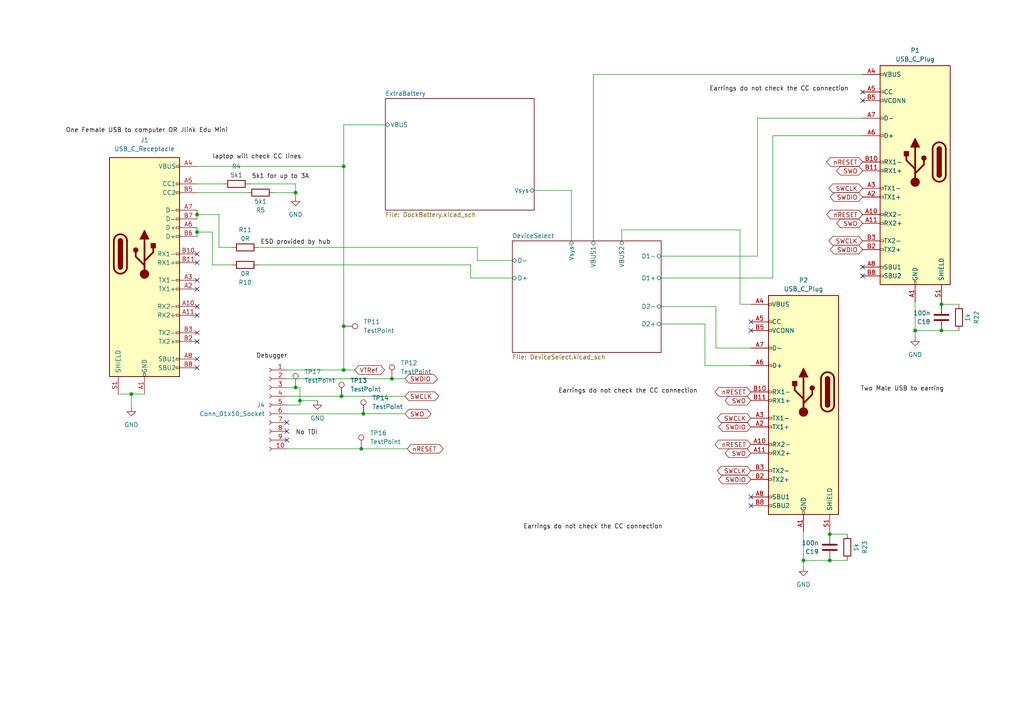
<source format=kicad_sch>
(kicad_sch (version 20230121) (generator eeschema)
  (paper "A4")
  (lib_symbols
    (symbol "Connector:Conn_01x10_Socket" (pin_names (offset 1.016) hide)
      (property "Reference" "J" (at 0 12.7 0))
      (property "Value" "Conn_01x10_Socket" (at 0 -15.24 0))
      (symbol "Conn_01x10_Socket_1_1"
        (arc (start 0 -12.192) (mid -0.5058 -12.7) (end 0 -13.208) (stroke (width 0.1524)))
        (arc (start 0 -9.652) (mid -0.5058 -10.16) (end 0 -10.668) (stroke (width 0.1524)))
        (arc (start 0 -7.112) (mid -0.5058 -7.62) (end 0 -8.128) (stroke (width 0.1524)))
        (arc (start 0 -4.572) (mid -0.5058 -5.08) (end 0 -5.588) (stroke (width 0.1524)))
        (arc (start 0 -2.032) (mid -0.5058 -2.54) (end 0 -3.048) (stroke (width 0.1524)))
        (polyline (pts (xy -1.27 -12.7) (xy -0.508 -12.7)) (stroke (width 0.1524)))
        (polyline (pts (xy -1.27 -10.16) (xy -0.508 -10.16)) (stroke (width 0.1524)))
        (polyline (pts (xy -1.27 -7.62) (xy -0.508 -7.62)) (stroke (width 0.1524)))
        (polyline (pts (xy -1.27 -5.08) (xy -0.508 -5.08)) (stroke (width 0.1524)))
        (polyline (pts (xy -1.27 -2.54) (xy -0.508 -2.54)) (stroke (width 0.1524)))
        (polyline (pts (xy -1.27 0) (xy -0.508 0)) (stroke (width 0.1524)))
        (polyline (pts (xy -1.27 2.54) (xy -0.508 2.54)) (stroke (width 0.1524)))
        (polyline (pts (xy -1.27 5.08) (xy -0.508 5.08)) (stroke (width 0.1524)))
        (polyline (pts (xy -1.27 7.62) (xy -0.508 7.62)) (stroke (width 0.1524)))
        (polyline (pts (xy -1.27 10.16) (xy -0.508 10.16)) (stroke (width 0.1524)))
        (arc (start 0 0.508) (mid -0.5058 0) (end 0 -0.508) (stroke (width 0.1524)))
        (arc (start 0 3.048) (mid -0.5058 2.54) (end 0 2.032) (stroke (width 0.1524)))
        (arc (start 0 5.588) (mid -0.5058 5.08) (end 0 4.572) (stroke (width 0.1524)))
        (arc (start 0 8.128) (mid -0.5058 7.62) (end 0 7.112) (stroke (width 0.1524)))
        (arc (start 0 10.668) (mid -0.5058 10.16) (end 0 9.652) (stroke (width 0.1524)))
        (pin passive line (at -5.08 10.16 0) (length 3.81) (name "Pin_1") (number "1"))
        (pin passive line (at -5.08 -12.7 0) (length 3.81) (name "Pin_10") (number "10"))
        (pin passive line (at -5.08 7.62 0) (length 3.81) (name "Pin_2") (number "2"))
        (pin passive line (at -5.08 5.08 0) (length 3.81) (name "Pin_3") (number "3"))
        (pin passive line (at -5.08 2.54 0) (length 3.81) (name "Pin_4") (number "4"))
        (pin passive line (at -5.08 0 0) (length 3.81) (name "Pin_5") (number "5"))
        (pin passive line (at -5.08 -2.54 0) (length 3.81) (name "Pin_6") (number "6"))
        (pin passive line (at -5.08 -5.08 0) (length 3.81) (name "Pin_7") (number "7"))
        (pin passive line (at -5.08 -7.62 0) (length 3.81) (name "Pin_8") (number "8"))
        (pin passive line (at -5.08 -10.16 0) (length 3.81) (name "Pin_9") (number "9"))
      )
    )
    (symbol "Connector:TestPoint" (pin_numbers hide) (pin_names (offset 0.762) hide)
      (property "Reference" "TP" (at 0 6.858 0))
      (property "Value" "TestPoint" (at 0 5.08 0))
      (symbol "TestPoint_0_1"
        (circle (center 0 3.302) (radius 0.762))
      )
      (symbol "TestPoint_1_1"
        (pin passive line (at 0 0 90) (length 2.54) (name "1") (number "1"))
      )
    )
    (symbol "Connector:USB_C_Plug" (pin_names (offset 1.016))
      (property "Reference" "P" (at -10.16 29.21 0))
      (property "Value" "USB_C_Plug" (at 10.16 29.21 0))
      (symbol "USB_C_Plug_0_0"
        (rectangle (start -0.254 -35.56) (end 0.254 -34.544))
        (rectangle (start 10.16 -32.766) (end 9.144 -33.274))
        (rectangle (start 10.16 -30.226) (end 9.144 -30.734))
        (rectangle (start 10.16 -25.146) (end 9.144 -25.654))
        (rectangle (start 10.16 -22.606) (end 9.144 -23.114))
        (rectangle (start 10.16 -17.526) (end 9.144 -18.034))
        (rectangle (start 10.16 -14.986) (end 9.144 -15.494))
        (rectangle (start 10.16 -9.906) (end 9.144 -10.414))
        (rectangle (start 10.16 -7.366) (end 9.144 -7.874))
        (rectangle (start 10.16 -2.286) (end 9.144 -2.794))
        (rectangle (start 10.16 0.254) (end 9.144 -0.254))
        (rectangle (start 10.16 7.874) (end 9.144 7.366))
        (rectangle (start 10.16 12.954) (end 9.144 12.446))
        (rectangle (start 10.16 18.034) (end 9.144 17.526))
        (rectangle (start 10.16 20.574) (end 9.144 20.066))
        (rectangle (start 10.16 25.654) (end 9.144 25.146))
      )
      (symbol "USB_C_Plug_0_1"
        (rectangle (start -10.16 27.94) (end 10.16 -35.56) (stroke (width 0.254)) (fill (type background)))
        (arc (start -8.89 -3.81) (mid -6.985 -5.7067) (end -5.08 -3.81) (stroke (width 0.508)))
        (arc (start -7.62 -3.81) (mid -6.985 -4.4423) (end -6.35 -3.81) (stroke (width 0.254)))
        (arc (start -7.62 -3.81) (mid -6.985 -4.4423) (end -6.35 -3.81) (stroke (width 0.254)) (fill (type outline)))
        (rectangle (start -7.62 -3.81) (end -6.35 3.81) (stroke (width 0.254)) (fill (type outline)))
        (arc (start -6.35 3.81) (mid -6.985 4.4423) (end -7.62 3.81) (stroke (width 0.254)))
        (arc (start -6.35 3.81) (mid -6.985 4.4423) (end -7.62 3.81) (stroke (width 0.254)) (fill (type outline)))
        (arc (start -5.08 3.81) (mid -6.985 5.7067) (end -8.89 3.81) (stroke (width 0.508)))
        (polyline (pts (xy -8.89 -3.81) (xy -8.89 3.81)) (stroke (width 0.508)))
        (polyline (pts (xy -5.08 3.81) (xy -5.08 -3.81)) (stroke (width 0.508)))
      )
      (symbol "USB_C_Plug_1_1"
        (circle (center -2.54 1.143) (radius 0.635) (stroke (width 0.254)) (fill (type outline)))
        (circle (center 0 -5.842) (radius 1.27) (fill (type outline)))
        (polyline (pts (xy 0 -5.842) (xy 0 4.318)) (stroke (width 0.508)))
        (polyline (pts (xy 0 -3.302) (xy -2.54 -0.762) (xy -2.54 0.508)) (stroke (width 0.508)))
        (polyline (pts (xy 0 -2.032) (xy 2.54 0.508) (xy 2.54 1.778)) (stroke (width 0.508)))
        (polyline (pts (xy -1.27 4.318) (xy 0 6.858) (xy 1.27 4.318) (xy -1.27 4.318)) (stroke (width 0.254)) (fill (type outline)))
        (rectangle (start 1.905 1.778) (end 3.175 3.048) (stroke (width 0.254)) (fill (type outline)))
        (pin passive line (at 0 -40.64 90) (length 5.08) (name "GND") (number "A1"))
        (pin bidirectional line (at 15.24 -15.24 180) (length 5.08) (name "RX2-") (number "A10"))
        (pin bidirectional line (at 15.24 -17.78 180) (length 5.08) (name "RX2+") (number "A11"))
        (pin passive line (at 0 -40.64 90) (length 5.08) hide (name "GND") (number "A12"))
        (pin bidirectional line (at 15.24 -10.16 180) (length 5.08) (name "TX1+") (number "A2"))
        (pin bidirectional line (at 15.24 -7.62 180) (length 5.08) (name "TX1-") (number "A3"))
        (pin passive line (at 15.24 25.4 180) (length 5.08) (name "VBUS") (number "A4"))
        (pin bidirectional line (at 15.24 20.32 180) (length 5.08) (name "CC") (number "A5"))
        (pin bidirectional line (at 15.24 7.62 180) (length 5.08) (name "D+") (number "A6"))
        (pin bidirectional line (at 15.24 12.7 180) (length 5.08) (name "D-") (number "A7"))
        (pin bidirectional line (at 15.24 -30.48 180) (length 5.08) (name "SBU1") (number "A8"))
        (pin passive line (at 15.24 25.4 180) (length 5.08) hide (name "VBUS") (number "A9"))
        (pin passive line (at 0 -40.64 90) (length 5.08) hide (name "GND") (number "B1"))
        (pin bidirectional line (at 15.24 0 180) (length 5.08) (name "RX1-") (number "B10"))
        (pin bidirectional line (at 15.24 -2.54 180) (length 5.08) (name "RX1+") (number "B11"))
        (pin passive line (at 0 -40.64 90) (length 5.08) hide (name "GND") (number "B12"))
        (pin bidirectional line (at 15.24 -25.4 180) (length 5.08) (name "TX2+") (number "B2"))
        (pin bidirectional line (at 15.24 -22.86 180) (length 5.08) (name "TX2-") (number "B3"))
        (pin passive line (at 15.24 25.4 180) (length 5.08) hide (name "VBUS") (number "B4"))
        (pin bidirectional line (at 15.24 17.78 180) (length 5.08) (name "VCONN") (number "B5"))
        (pin bidirectional line (at 15.24 -33.02 180) (length 5.08) (name "SBU2") (number "B8"))
        (pin passive line (at 15.24 25.4 180) (length 5.08) hide (name "VBUS") (number "B9"))
        (pin passive line (at -7.62 -40.64 90) (length 5.08) (name "SHIELD") (number "S1"))
      )
    )
    (symbol "Connector:USB_C_Receptacle" (pin_names (offset 1.016))
      (property "Reference" "J" (at -10.16 29.21 0))
      (property "Value" "USB_C_Receptacle" (at 10.16 29.21 0))
      (symbol "USB_C_Receptacle_0_0"
        (rectangle (start -0.254 -35.56) (end 0.254 -34.544))
        (rectangle (start 10.16 -32.766) (end 9.144 -33.274))
        (rectangle (start 10.16 -30.226) (end 9.144 -30.734))
        (rectangle (start 10.16 -25.146) (end 9.144 -25.654))
        (rectangle (start 10.16 -22.606) (end 9.144 -23.114))
        (rectangle (start 10.16 -17.526) (end 9.144 -18.034))
        (rectangle (start 10.16 -14.986) (end 9.144 -15.494))
        (rectangle (start 10.16 -9.906) (end 9.144 -10.414))
        (rectangle (start 10.16 -7.366) (end 9.144 -7.874))
        (rectangle (start 10.16 -2.286) (end 9.144 -2.794))
        (rectangle (start 10.16 0.254) (end 9.144 -0.254))
        (rectangle (start 10.16 5.334) (end 9.144 4.826))
        (rectangle (start 10.16 7.874) (end 9.144 7.366))
        (rectangle (start 10.16 10.414) (end 9.144 9.906))
        (rectangle (start 10.16 12.954) (end 9.144 12.446))
        (rectangle (start 10.16 18.034) (end 9.144 17.526))
        (rectangle (start 10.16 20.574) (end 9.144 20.066))
        (rectangle (start 10.16 25.654) (end 9.144 25.146))
      )
      (symbol "USB_C_Receptacle_0_1"
        (rectangle (start -10.16 27.94) (end 10.16 -35.56) (stroke (width 0.254)) (fill (type background)))
        (arc (start -8.89 -3.81) (mid -6.985 -5.7067) (end -5.08 -3.81) (stroke (width 0.508)))
        (arc (start -7.62 -3.81) (mid -6.985 -4.4423) (end -6.35 -3.81) (stroke (width 0.254)))
        (arc (start -7.62 -3.81) (mid -6.985 -4.4423) (end -6.35 -3.81) (stroke (width 0.254)) (fill (type outline)))
        (rectangle (start -7.62 -3.81) (end -6.35 3.81) (stroke (width 0.254)) (fill (type outline)))
        (arc (start -6.35 3.81) (mid -6.985 4.4423) (end -7.62 3.81) (stroke (width 0.254)))
        (arc (start -6.35 3.81) (mid -6.985 4.4423) (end -7.62 3.81) (stroke (width 0.254)) (fill (type outline)))
        (arc (start -5.08 3.81) (mid -6.985 5.7067) (end -8.89 3.81) (stroke (width 0.508)))
        (polyline (pts (xy -8.89 -3.81) (xy -8.89 3.81)) (stroke (width 0.508)))
        (polyline (pts (xy -5.08 3.81) (xy -5.08 -3.81)) (stroke (width 0.508)))
      )
      (symbol "USB_C_Receptacle_1_1"
        (circle (center -2.54 1.143) (radius 0.635) (stroke (width 0.254)) (fill (type outline)))
        (circle (center 0 -5.842) (radius 1.27) (fill (type outline)))
        (polyline (pts (xy 0 -5.842) (xy 0 4.318)) (stroke (width 0.508)))
        (polyline (pts (xy 0 -3.302) (xy -2.54 -0.762) (xy -2.54 0.508)) (stroke (width 0.508)))
        (polyline (pts (xy 0 -2.032) (xy 2.54 0.508) (xy 2.54 1.778)) (stroke (width 0.508)))
        (polyline (pts (xy -1.27 4.318) (xy 0 6.858) (xy 1.27 4.318) (xy -1.27 4.318)) (stroke (width 0.254)) (fill (type outline)))
        (rectangle (start 1.905 1.778) (end 3.175 3.048) (stroke (width 0.254)) (fill (type outline)))
        (pin passive line (at 0 -40.64 90) (length 5.08) (name "GND") (number "A1"))
        (pin bidirectional line (at 15.24 -15.24 180) (length 5.08) (name "RX2-") (number "A10"))
        (pin bidirectional line (at 15.24 -17.78 180) (length 5.08) (name "RX2+") (number "A11"))
        (pin passive line (at 0 -40.64 90) (length 5.08) hide (name "GND") (number "A12"))
        (pin bidirectional line (at 15.24 -10.16 180) (length 5.08) (name "TX1+") (number "A2"))
        (pin bidirectional line (at 15.24 -7.62 180) (length 5.08) (name "TX1-") (number "A3"))
        (pin passive line (at 15.24 25.4 180) (length 5.08) (name "VBUS") (number "A4"))
        (pin bidirectional line (at 15.24 20.32 180) (length 5.08) (name "CC1") (number "A5"))
        (pin bidirectional line (at 15.24 7.62 180) (length 5.08) (name "D+") (number "A6"))
        (pin bidirectional line (at 15.24 12.7 180) (length 5.08) (name "D-") (number "A7"))
        (pin bidirectional line (at 15.24 -30.48 180) (length 5.08) (name "SBU1") (number "A8"))
        (pin passive line (at 15.24 25.4 180) (length 5.08) hide (name "VBUS") (number "A9"))
        (pin passive line (at 0 -40.64 90) (length 5.08) hide (name "GND") (number "B1"))
        (pin bidirectional line (at 15.24 0 180) (length 5.08) (name "RX1-") (number "B10"))
        (pin bidirectional line (at 15.24 -2.54 180) (length 5.08) (name "RX1+") (number "B11"))
        (pin passive line (at 0 -40.64 90) (length 5.08) hide (name "GND") (number "B12"))
        (pin bidirectional line (at 15.24 -25.4 180) (length 5.08) (name "TX2+") (number "B2"))
        (pin bidirectional line (at 15.24 -22.86 180) (length 5.08) (name "TX2-") (number "B3"))
        (pin passive line (at 15.24 25.4 180) (length 5.08) hide (name "VBUS") (number "B4"))
        (pin bidirectional line (at 15.24 17.78 180) (length 5.08) (name "CC2") (number "B5"))
        (pin bidirectional line (at 15.24 5.08 180) (length 5.08) (name "D+") (number "B6"))
        (pin bidirectional line (at 15.24 10.16 180) (length 5.08) (name "D-") (number "B7"))
        (pin bidirectional line (at 15.24 -33.02 180) (length 5.08) (name "SBU2") (number "B8"))
        (pin passive line (at 15.24 25.4 180) (length 5.08) hide (name "VBUS") (number "B9"))
        (pin passive line (at -7.62 -40.64 90) (length 5.08) (name "SHIELD") (number "S1"))
      )
    )
    (symbol "Device:C" (pin_numbers hide) (pin_names (offset 0.254))
      (property "Reference" "C" (at 0.635 2.54 0))
      (property "Value" "C" (at 0.635 -2.54 0))
      (symbol "C_0_1"
        (polyline (pts (xy -2.032 -0.762) (xy 2.032 -0.762)) (stroke (width 0.508)))
        (polyline (pts (xy -2.032 0.762) (xy 2.032 0.762)) (stroke (width 0.508)))
      )
      (symbol "C_1_1"
        (pin passive line (at 0 3.81 270) (length 2.794) (name "~") (number "1"))
        (pin passive line (at 0 -3.81 90) (length 2.794) (name "~") (number "2"))
      )
    )
    (symbol "Device:R" (pin_numbers hide) (pin_names (offset 0))
      (property "Reference" "R" (at 2.032 0 90))
      (property "Value" "R" (at 0 0 90))
      (symbol "R_0_1"
        (rectangle (start -1.016 -2.54) (end 1.016 2.54) (stroke (width 0.254)))
      )
      (symbol "R_1_1"
        (pin passive line (at 0 3.81 270) (length 1.27) (name "~") (number "1"))
        (pin passive line (at 0 -3.81 90) (length 1.27) (name "~") (number "2"))
      )
    )
    (symbol "power:GND" (power) (pin_names (offset 0))
      (property "Value" "GND" (at 0 -3.81 0))
      (symbol "GND_0_1"
        (polyline (pts (xy 0 0) (xy 0 -1.27) (xy 1.27 -1.27) (xy 0 -2.54) (xy -1.27 -1.27) (xy 0 -1.27)))
      )
      (symbol "GND_1_1"
        (pin power_in line (at 0 0 270) (length 0) hide (name "GND") (number "1"))
      )
    )
  )
  (junction (at 113.665 109.855))
  (junction (at 85.725 55.88))
  (junction (at 99.695 107.315))
  (junction (at 233.045 162.56))
  (junction (at 99.695 94.615))
  (junction (at 273.05 88.265))
  (junction (at 86.995 116.205))
  (junction (at 240.665 154.94))
  (junction (at 57.15 62.23))
  (junction (at 104.775 130.175))
  (junction (at 273.05 95.885))
  (junction (at 240.665 162.56))
  (junction (at 57.15 67.31))
  (junction (at 85.725 112.395))
  (junction (at 99.695 48.26))
  (junction (at 38.1 114.3))
  (junction (at 105.41 120.015))
  (junction (at 265.43 95.885))
  (junction (at 99.06 114.935))
  (no_connect (at 83.185 122.555))
  (no_connect (at 217.805 146.685))
  (no_connect (at 83.185 125.095))
  (no_connect (at 250.19 29.21))
  (no_connect (at 83.185 127.635))
  (no_connect (at 57.15 96.52))
  (no_connect (at 57.15 88.9))
  (no_connect (at 57.15 104.14))
  (no_connect (at 57.15 99.06))
  (no_connect (at 250.19 77.47))
  (no_connect (at 57.15 83.82))
  (no_connect (at 57.15 91.44))
  (no_connect (at 250.19 26.67))
  (no_connect (at 217.805 93.345))
  (no_connect (at 57.15 76.2))
  (no_connect (at 57.15 73.66))
  (no_connect (at 217.805 95.885))
  (no_connect (at 217.805 144.145))
  (no_connect (at 57.15 106.68))
  (no_connect (at 250.19 80.01))
  (no_connect (at 57.15 81.28))
  (wire (pts (xy 233.045 154.305) (xy 233.045 162.56)))
  (wire (pts (xy 105.41 120.015) (xy 117.475 120.015)))
  (wire (pts (xy 61.595 76.835) (xy 61.595 67.31)))
  (wire (pts (xy 265.43 87.63) (xy 265.43 95.885)))
  (wire (pts (xy 233.045 164.465) (xy 233.045 162.56)))
  (wire (pts (xy 63.5 71.755) (xy 67.31 71.755)))
  (wire (pts (xy 83.185 120.015) (xy 105.41 120.015)))
  (wire (pts (xy 85.725 112.395) (xy 86.995 112.395)))
  (wire (pts (xy 57.15 62.23) (xy 57.15 63.5)))
  (wire (pts (xy 191.77 88.9) (xy 207.645 88.9)))
  (wire (pts (xy 117.475 109.855) (xy 113.665 109.855)))
  (wire (pts (xy 265.43 97.79) (xy 265.43 95.885)))
  (wire (pts (xy 86.995 117.475) (xy 83.185 117.475)))
  (wire (pts (xy 180.34 66.675) (xy 214.63 66.675)))
  (wire (pts (xy 83.185 130.175) (xy 104.775 130.175)))
  (wire (pts (xy 204.47 106.045) (xy 217.805 106.045)))
  (wire (pts (xy 136.525 80.645) (xy 148.59 80.645)))
  (wire (pts (xy 57.15 66.04) (xy 57.15 67.31)))
  (wire (pts (xy 83.185 107.315) (xy 99.695 107.315)))
  (wire (pts (xy 245.745 154.94) (xy 240.665 154.94)))
  (wire (pts (xy 191.77 74.295) (xy 219.71 74.295)))
  (wire (pts (xy 61.595 67.31) (xy 57.15 67.31)))
  (wire (pts (xy 217.805 88.265) (xy 214.63 88.265)))
  (wire (pts (xy 240.665 154.305) (xy 240.665 154.94)))
  (wire (pts (xy 34.29 114.3) (xy 38.1 114.3)))
  (wire (pts (xy 219.71 34.29) (xy 250.19 34.29)))
  (wire (pts (xy 224.155 39.37) (xy 250.19 39.37)))
  (wire (pts (xy 57.15 48.26) (xy 99.695 48.26)))
  (wire (pts (xy 99.695 107.315) (xy 102.87 107.315)))
  (wire (pts (xy 99.695 48.26) (xy 99.695 94.615)))
  (wire (pts (xy 86.995 112.395) (xy 86.995 116.205)))
  (wire (pts (xy 99.695 36.195) (xy 99.695 48.26)))
  (wire (pts (xy 207.645 100.965) (xy 217.805 100.965)))
  (wire (pts (xy 240.665 162.56) (xy 245.745 162.56)))
  (wire (pts (xy 180.34 66.675) (xy 180.34 69.85)))
  (wire (pts (xy 63.5 62.23) (xy 63.5 71.755)))
  (wire (pts (xy 113.665 109.855) (xy 83.185 109.855)))
  (wire (pts (xy 165.735 55.245) (xy 165.735 69.85)))
  (wire (pts (xy 154.94 55.245) (xy 165.735 55.245)))
  (wire (pts (xy 61.595 76.835) (xy 67.31 76.835)))
  (wire (pts (xy 57.15 67.31) (xy 57.15 68.58)))
  (wire (pts (xy 38.1 114.3) (xy 38.1 118.11)))
  (wire (pts (xy 41.91 114.3) (xy 38.1 114.3)))
  (wire (pts (xy 85.725 53.34) (xy 85.725 55.88)))
  (wire (pts (xy 273.05 95.885) (xy 278.13 95.885)))
  (wire (pts (xy 219.71 34.29) (xy 219.71 74.295)))
  (wire (pts (xy 74.93 71.755) (xy 138.43 71.755)))
  (wire (pts (xy 117.475 114.935) (xy 99.06 114.935)))
  (wire (pts (xy 172.085 21.59) (xy 250.19 21.59)))
  (wire (pts (xy 86.995 116.205) (xy 86.995 117.475)))
  (wire (pts (xy 224.155 80.645) (xy 224.155 39.37)))
  (wire (pts (xy 72.39 53.34) (xy 85.725 53.34)))
  (wire (pts (xy 85.725 55.88) (xy 79.375 55.88)))
  (wire (pts (xy 191.77 80.645) (xy 224.155 80.645)))
  (wire (pts (xy 278.13 88.265) (xy 273.05 88.265)))
  (wire (pts (xy 172.085 21.59) (xy 172.085 69.85)))
  (wire (pts (xy 85.725 57.15) (xy 85.725 55.88)))
  (wire (pts (xy 136.525 76.835) (xy 136.525 80.645)))
  (wire (pts (xy 57.15 62.23) (xy 63.5 62.23)))
  (wire (pts (xy 57.15 55.88) (xy 71.755 55.88)))
  (wire (pts (xy 138.43 71.755) (xy 138.43 75.565)))
  (wire (pts (xy 104.775 130.175) (xy 118.11 130.175)))
  (wire (pts (xy 204.47 93.98) (xy 191.77 93.98)))
  (wire (pts (xy 99.06 114.935) (xy 83.185 114.935)))
  (wire (pts (xy 240.665 162.56) (xy 233.045 162.56)))
  (wire (pts (xy 214.63 66.675) (xy 214.63 88.265)))
  (wire (pts (xy 57.15 53.34) (xy 64.77 53.34)))
  (wire (pts (xy 57.15 60.96) (xy 57.15 62.23)))
  (wire (pts (xy 99.695 94.615) (xy 99.695 107.315)))
  (wire (pts (xy 92.075 116.205) (xy 86.995 116.205)))
  (wire (pts (xy 138.43 75.565) (xy 148.59 75.565)))
  (wire (pts (xy 83.185 112.395) (xy 85.725 112.395)))
  (wire (pts (xy 111.76 36.195) (xy 99.695 36.195)))
  (wire (pts (xy 207.645 88.9) (xy 207.645 100.965)))
  (wire (pts (xy 74.93 76.835) (xy 136.525 76.835)))
  (wire (pts (xy 273.05 87.63) (xy 273.05 88.265)))
  (wire (pts (xy 204.47 106.045) (xy 204.47 93.98)))
  (wire (pts (xy 273.05 95.885) (xy 265.43 95.885)))
  (label "Two Male USB to earring" (at 249.555 113.665 0))
  (label "One Female USB to computer OR Jlink Edu Mini" (at 19.05 38.735 0))
  (label "No TDI" (at 85.725 126.365 0))
  (label "ESD provided by hub" (at 75.565 71.12 0))
  (label "laptop will check CC lines" (at 61.595 46.355 0))
  (label "Earrings do not check the CC connection" (at 161.925 114.3 0))
  (label "5k1 for up to 3A" (at 73.025 52.07 0))
  (label "Earrings do not check the CC connection" (at 205.74 26.67 0))
  (label "Debugger" (at 74.295 104.14 0))
  (label "Earrings do not check the CC connection" (at 151.765 153.67 0))
  (global_label "SWDIO" (shape bidirectional) (at 250.19 57.15 180) (property "Intersheetrefs" "${INTERSHEET_REFS}" (effects hide)))
  (global_label "SWO" (shape bidirectional) (at 217.805 131.445 180) (property "Intersheetrefs" "${INTERSHEET_REFS}" (effects hide)))
  (global_label "nRESET" (shape bidirectional) (at 250.19 62.23 180) (property "Intersheetrefs" "${INTERSHEET_REFS}" (effects hide)))
  (global_label "SWDIO" (shape bidirectional) (at 217.805 123.825 180) (property "Intersheetrefs" "${INTERSHEET_REFS}" (effects hide)))
  (global_label "nRESET" (shape bidirectional) (at 217.805 113.665 180) (property "Intersheetrefs" "${INTERSHEET_REFS}" (effects hide)))
  (global_label "SWDIO" (shape bidirectional) (at 250.19 72.39 180) (property "Intersheetrefs" "${INTERSHEET_REFS}" (effects hide)))
  (global_label "SWDIO" (shape bidirectional) (at 117.475 109.855 0) (property "Intersheetrefs" "${INTERSHEET_REFS}" (effects hide)))
  (global_label "SWO" (shape bidirectional) (at 117.475 120.015 0) (property "Intersheetrefs" "${INTERSHEET_REFS}" (effects hide)))
  (global_label "SWCLK" (shape bidirectional) (at 217.805 121.285 180) (property "Intersheetrefs" "${INTERSHEET_REFS}" (effects hide)))
  (global_label "SWCLK" (shape bidirectional) (at 250.19 69.85 180) (property "Intersheetrefs" "${INTERSHEET_REFS}" (effects hide)))
  (global_label "nRESET" (shape bidirectional) (at 118.11 130.175 0) (property "Intersheetrefs" "${INTERSHEET_REFS}" (effects hide)))
  (global_label "SWCLK" (shape bidirectional) (at 250.19 54.61 180) (property "Intersheetrefs" "${INTERSHEET_REFS}" (effects hide)))
  (global_label "nRESET" (shape bidirectional) (at 217.805 128.905 180) (property "Intersheetrefs" "${INTERSHEET_REFS}" (effects hide)))
  (global_label "VTRef" (shape bidirectional) (at 102.87 107.315 0) (property "Intersheetrefs" "${INTERSHEET_REFS}" (effects hide)))
  (global_label "SWDIO" (shape bidirectional) (at 217.805 139.065 180) (property "Intersheetrefs" "${INTERSHEET_REFS}" (effects hide)))
  (global_label "SWCLK" (shape bidirectional) (at 217.805 136.525 180) (property "Intersheetrefs" "${INTERSHEET_REFS}" (effects hide)))
  (global_label "SWO" (shape bidirectional) (at 250.19 64.77 180) (property "Intersheetrefs" "${INTERSHEET_REFS}" (effects hide)))
  (global_label "SWO" (shape bidirectional) (at 250.19 49.53 180) (property "Intersheetrefs" "${INTERSHEET_REFS}" (effects hide)))
  (global_label "SWCLK" (shape bidirectional) (at 117.475 114.935 0) (property "Intersheetrefs" "${INTERSHEET_REFS}" (effects hide)))
  (global_label "nRESET" (shape bidirectional) (at 250.19 46.99 180) (property "Intersheetrefs" "${INTERSHEET_REFS}" (effects hide)))
  (global_label "SWO" (shape bidirectional) (at 217.805 116.205 180) (property "Intersheetrefs" "${INTERSHEET_REFS}" (effects hide)))
  (symbol (lib_id "Device:R") (at 245.745 158.75 0) (unit 1)
    (property "Reference" "R23" (at 250.825 158.75 90))
    (property "Value" "1k" (at 248.285 158.75 90))
    (property "Footprint" "Resistor_SMD:R_0402_1005Metric_Pad0.72x0.64mm_HandSolder" (effects hide))
    (property "LCSC Part" "C60488 " (effects hide))
  )
  (symbol (lib_id "Device:R") (at 75.565 55.88 270) (unit 1)
    (property "Reference" "R5" (at 75.565 60.96 90))
    (property "Value" "5k1" (at 75.565 58.42 90))
    (property "Footprint" "Resistor_SMD:R_0402_1005Metric_Pad0.72x0.64mm_HandSolder" (effects hide))
    (property "LCSC Part" "C103086" (effects hide))
  )
  (symbol (lib_id "Connector:TestPoint") (at 85.725 112.395 0) (unit 1)
    (property "Reference" "TP17" (at 88.265 107.823 0) (effects (justify left)))
    (property "Value" "TestPoint" (at 88.265 110.363 0) (effects (justify left)))
    (property "Footprint" "TestPoint:TestPoint_Pad_D1.0mm" (effects hide))
  )
  (symbol (lib_id "power:GND") (at 92.075 116.205 0) (unit 1)
    (property "Reference" "#PWR026" (effects hide))
    (property "Value" "GND" (at 92.075 121.285 0))
  )
  (symbol (lib_id "Device:C") (at 240.665 158.75 180) (unit 1)
    (property "Reference" "C19" (at 237.49 160.02 0) (effects (justify left)))
    (property "Value" "100n" (at 237.49 157.48 0) (effects (justify left)))
    (property "Footprint" "Capacitor_SMD:C_0402_1005Metric_Pad0.74x0.62mm_HandSolder" (effects hide))
    (property "LCSC Part" "C60474 " (effects hide))
  )
  (symbol (lib_id "Connector:TestPoint") (at 105.41 120.015 0) (unit 1)
    (property "Reference" "TP14" (at 107.95 115.443 0) (effects (justify left)))
    (property "Value" "TestPoint" (at 107.95 117.983 0) (effects (justify left)))
    (property "Footprint" "TestPoint:TestPoint_Pad_D1.0mm" (effects hide))
  )
  (symbol (lib_id "Connector:TestPoint") (at 99.06 114.935 0) (unit 1)
    (property "Reference" "TP13" (at 101.6 110.363 0) (effects (justify left)))
    (property "Value" "TestPoint" (at 101.6 112.903 0) (effects (justify left)))
    (property "Footprint" "TestPoint:TestPoint_Pad_D1.0mm" (effects hide))
  )
  (symbol (lib_id "Connector:USB_C_Plug") (at 233.045 113.665 0) (mirror y) (unit 1)
    (property "Reference" "P2" (at 233.045 81.28 0))
    (property "Value" "USB_C_Plug" (at 233.045 83.82 0))
    (property "Footprint" "easyeda2kicad:USB-C-SMD_TYPE-C-24P-GTJB-040" (effects hide))
    (property "Datasheet" "https://www.usb.org/sites/default/files/documents/usb_type-c.zip" (effects hide))
    (property "LCSC Part" "C2763095" (effects hide))
  )
  (symbol (lib_id "Device:R") (at 68.58 53.34 270) (mirror x) (unit 1)
    (property "Reference" "R4" (at 68.58 48.26 90))
    (property "Value" "5k1" (at 68.58 50.8 90))
    (property "Footprint" "Resistor_SMD:R_0402_1005Metric_Pad0.72x0.64mm_HandSolder" (effects hide))
    (property "LCSC Part" "C103086" (effects hide))
  )
  (symbol (lib_id "power:GND") (at 233.045 164.465 0) (unit 1)
    (property "Reference" "#PWR03" (effects hide))
    (property "Value" "GND" (at 233.045 169.545 0))
  )
  (symbol (lib_id "Device:R") (at 71.12 76.835 270) (unit 1)
    (property "Reference" "R10" (at 71.12 81.915 90))
    (property "Value" "0R" (at 71.12 79.375 90))
    (property "Footprint" "Resistor_SMD:R_0805_2012Metric_Pad1.20x1.40mm_HandSolder" (effects hide))
  )
  (symbol (lib_id "Connector:TestPoint") (at 113.665 109.855 0) (unit 1)
    (property "Reference" "TP12" (at 116.205 105.283 0) (effects (justify left)))
    (property "Value" "TestPoint" (at 116.205 107.823 0) (effects (justify left)))
    (property "Footprint" "TestPoint:TestPoint_Pad_D1.0mm" (effects hide))
  )
  (symbol (lib_id "Connector:TestPoint") (at 99.695 94.615 270) (unit 1)
    (property "Reference" "TP11" (at 105.41 93.345 90) (effects (justify left)))
    (property "Value" "TestPoint" (at 105.41 95.885 90) (effects (justify left)))
    (property "Footprint" "TestPoint:TestPoint_Pad_D1.0mm" (effects hide))
  )
  (symbol (lib_id "Device:C") (at 273.05 92.075 180) (unit 1)
    (property "Reference" "C18" (at 269.875 93.345 0) (effects (justify left)))
    (property "Value" "100n" (at 269.875 90.805 0) (effects (justify left)))
    (property "Footprint" "Capacitor_SMD:C_0402_1005Metric_Pad0.74x0.62mm_HandSolder" (effects hide))
    (property "LCSC Part" "C60474 " (effects hide))
  )
  (symbol (lib_id "Connector:Conn_01x10_Socket") (at 78.105 117.475 0) (mirror y) (unit 1)
    (property "Reference" "J4" (at 76.835 117.475 0) (effects (justify left)))
    (property "Value" "Conn_01x10_Socket" (at 76.835 120.015 0) (effects (justify left)))
    (property "Footprint" "easyeda2kicad:HDR-TH_10P-P1.27-V-M-R2-C5-S1.27-1" (effects hide))
    (property "LCSC Part" "C2935953" (effects hide))
  )
  (symbol (lib_id "Device:R") (at 278.13 92.075 0) (unit 1)
    (property "Reference" "R22" (at 283.21 92.075 90))
    (property "Value" "1k" (at 280.67 92.075 90))
    (property "Footprint" "Resistor_SMD:R_0402_1005Metric_Pad0.72x0.64mm_HandSolder" (effects hide))
    (property "LCSC Part" "C60488 " (effects hide))
  )
  (symbol (lib_id "Connector:TestPoint") (at 104.775 130.175 0) (unit 1)
    (property "Reference" "TP16" (at 107.315 125.603 0) (effects (justify left)))
    (property "Value" "TestPoint" (at 107.315 128.143 0) (effects (justify left)))
    (property "Footprint" "TestPoint:TestPoint_Pad_D1.0mm" (effects hide))
  )
  (symbol (lib_id "power:GND") (at 38.1 118.11 0) (unit 1)
    (property "Reference" "#PWR01" (effects hide))
    (property "Value" "GND" (at 38.1 123.19 0))
  )
  (symbol (lib_id "Connector:USB_C_Receptacle") (at 41.91 73.66 0) (unit 1)
    (property "Reference" "J1" (at 41.91 40.64 0))
    (property "Value" "USB_C_Receptacle" (at 41.91 43.18 0))
    (property "Footprint" "easyeda2kicad:TYPE-C-SMD_C9900025773" (effects hide))
    (property "Datasheet" "https://www.usb.org/sites/default/files/documents/usb_type-c.zip" (effects hide))
    (property "LCSC Part" "C5156605" (effects hide))
  )
  (symbol (lib_id "Device:R") (at 71.12 71.755 90) (unit 1)
    (property "Reference" "R11" (at 71.12 66.675 90))
    (property "Value" "0R" (at 71.12 69.215 90))
    (property "Footprint" "Resistor_SMD:R_0805_2012Metric_Pad1.20x1.40mm_HandSolder" (effects hide))
  )
  (symbol (lib_id "power:GND") (at 265.43 97.79 0) (unit 1)
    (property "Reference" "#PWR02" (effects hide))
    (property "Value" "GND" (at 265.43 102.87 0))
  )
  (symbol (lib_id "power:GND") (at 85.725 57.15 0) (unit 1)
    (property "Reference" "#PWR015" (effects hide))
    (property "Value" "GND" (at 85.725 62.23 0))
  )
  (symbol (lib_id "Connector:USB_C_Plug") (at 265.43 46.99 0) (mirror y) (unit 1)
    (property "Reference" "P1" (at 265.43 14.605 0))
    (property "Value" "USB_C_Plug" (at 265.43 17.145 0))
    (property "Footprint" "easyeda2kicad:USB-C-SMD_TYPE-C-24P-GTJB-040" (effects hide))
    (property "Datasheet" "https://www.usb.org/sites/default/files/documents/usb_type-c.zip" (effects hide))
    (property "LCSC Part" "C2763095" (effects hide))
  )
  (sheet (at 148.59 69.85) (size 43.18 32.385) (stroke (width 0.1524))
    (property "Sheetname" "DeviceSelect" (at 148.59 69.1384 0) (effects (justify left bottom)))
    (property "Sheetfile" "DeviceSelect.kicad_sch" (at 148.59 102.8196 0) (effects (justify left top)))
    (pin "D+" bidirectional (at 148.59 80.645 180))
    (pin "D-" bidirectional (at 148.59 75.565 180))
    (pin "D1+" bidirectional (at 191.77 80.645 0))
    (pin "D2+" bidirectional (at 191.77 93.98 0))
    (pin "D1-" bidirectional (at 191.77 74.295 0))
    (pin "D2-" bidirectional (at 191.77 88.9 0))
    (pin "VBUS1" bidirectional (at 172.085 69.85 90))
    (pin "VBUS2" bidirectional (at 180.34 69.85 90))
    (pin "Vsys" bidirectional (at 165.735 69.85 90))
  )
  (sheet (at 111.76 28.575) (size 43.18 32.385) (stroke (width 0.1524))
    (property "Sheetname" "ExtraBattery" (at 111.76 27.8634 0) (effects (justify left bottom)))
    (property "Sheetfile" "DockBattery.kicad_sch" (at 111.76 61.5446 0) (effects (justify left top)))
    (pin "VBUS" bidirectional (at 111.76 36.195 180))
    (pin "Vsys" bidirectional (at 154.94 55.245 0))
  )
)
</source>
